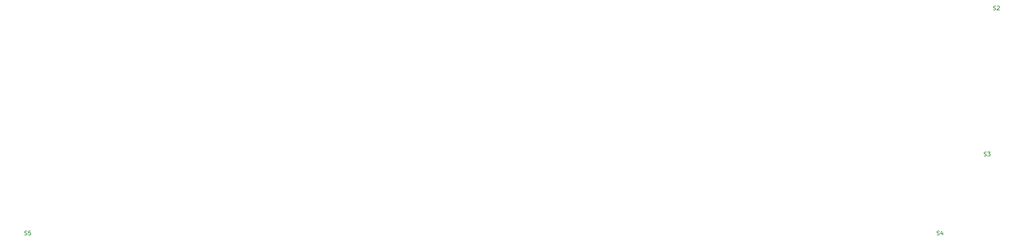
<source format=gbr>
G04 #@! TF.GenerationSoftware,KiCad,Pcbnew,(5.0.2)-1*
G04 #@! TF.CreationDate,2019-05-19T13:57:28+09:00*
G04 #@! TF.ProjectId,D780-PCB,44373830-2d50-4434-922e-6b696361645f,rev?*
G04 #@! TF.SameCoordinates,Original*
G04 #@! TF.FileFunction,Legend,Top*
G04 #@! TF.FilePolarity,Positive*
%FSLAX46Y46*%
G04 Gerber Fmt 4.6, Leading zero omitted, Abs format (unit mm)*
G04 Created by KiCad (PCBNEW (5.0.2)-1) date 2019-05-19 오후 1:57:28*
%MOMM*%
%LPD*%
G01*
G04 APERTURE LIST*
%ADD10C,0.150000*%
G04 APERTURE END LIST*
G04 #@! TO.C,S2*
D10*
X256413095Y-24717261D02*
X256555952Y-24764880D01*
X256794047Y-24764880D01*
X256889285Y-24717261D01*
X256936904Y-24669642D01*
X256984523Y-24574404D01*
X256984523Y-24479166D01*
X256936904Y-24383928D01*
X256889285Y-24336309D01*
X256794047Y-24288690D01*
X256603571Y-24241071D01*
X256508333Y-24193452D01*
X256460714Y-24145833D01*
X256413095Y-24050595D01*
X256413095Y-23955357D01*
X256460714Y-23860119D01*
X256508333Y-23812500D01*
X256603571Y-23764880D01*
X256841666Y-23764880D01*
X256984523Y-23812500D01*
X257365476Y-23860119D02*
X257413095Y-23812500D01*
X257508333Y-23764880D01*
X257746428Y-23764880D01*
X257841666Y-23812500D01*
X257889285Y-23860119D01*
X257936904Y-23955357D01*
X257936904Y-24050595D01*
X257889285Y-24193452D01*
X257317857Y-24764880D01*
X257936904Y-24764880D01*
G04 #@! TO.C,S3*
X254031845Y-61817261D02*
X254174702Y-61864880D01*
X254412797Y-61864880D01*
X254508035Y-61817261D01*
X254555654Y-61769642D01*
X254603273Y-61674404D01*
X254603273Y-61579166D01*
X254555654Y-61483928D01*
X254508035Y-61436309D01*
X254412797Y-61388690D01*
X254222321Y-61341071D01*
X254127083Y-61293452D01*
X254079464Y-61245833D01*
X254031845Y-61150595D01*
X254031845Y-61055357D01*
X254079464Y-60960119D01*
X254127083Y-60912500D01*
X254222321Y-60864880D01*
X254460416Y-60864880D01*
X254603273Y-60912500D01*
X254936607Y-60864880D02*
X255555654Y-60864880D01*
X255222321Y-61245833D01*
X255365178Y-61245833D01*
X255460416Y-61293452D01*
X255508035Y-61341071D01*
X255555654Y-61436309D01*
X255555654Y-61674404D01*
X255508035Y-61769642D01*
X255460416Y-61817261D01*
X255365178Y-61864880D01*
X255079464Y-61864880D01*
X254984226Y-61817261D01*
X254936607Y-61769642D01*
G04 #@! TO.C,S4*
X242125595Y-81867261D02*
X242268452Y-81914880D01*
X242506547Y-81914880D01*
X242601785Y-81867261D01*
X242649404Y-81819642D01*
X242697023Y-81724404D01*
X242697023Y-81629166D01*
X242649404Y-81533928D01*
X242601785Y-81486309D01*
X242506547Y-81438690D01*
X242316071Y-81391071D01*
X242220833Y-81343452D01*
X242173214Y-81295833D01*
X242125595Y-81200595D01*
X242125595Y-81105357D01*
X242173214Y-81010119D01*
X242220833Y-80962500D01*
X242316071Y-80914880D01*
X242554166Y-80914880D01*
X242697023Y-80962500D01*
X243554166Y-81248214D02*
X243554166Y-81914880D01*
X243316071Y-80867261D02*
X243077976Y-81581547D01*
X243697023Y-81581547D01*
G04 #@! TO.C,S5*
X11144345Y-81867261D02*
X11287202Y-81914880D01*
X11525297Y-81914880D01*
X11620535Y-81867261D01*
X11668154Y-81819642D01*
X11715773Y-81724404D01*
X11715773Y-81629166D01*
X11668154Y-81533928D01*
X11620535Y-81486309D01*
X11525297Y-81438690D01*
X11334821Y-81391071D01*
X11239583Y-81343452D01*
X11191964Y-81295833D01*
X11144345Y-81200595D01*
X11144345Y-81105357D01*
X11191964Y-81010119D01*
X11239583Y-80962500D01*
X11334821Y-80914880D01*
X11572916Y-80914880D01*
X11715773Y-80962500D01*
X12620535Y-80914880D02*
X12144345Y-80914880D01*
X12096726Y-81391071D01*
X12144345Y-81343452D01*
X12239583Y-81295833D01*
X12477678Y-81295833D01*
X12572916Y-81343452D01*
X12620535Y-81391071D01*
X12668154Y-81486309D01*
X12668154Y-81724404D01*
X12620535Y-81819642D01*
X12572916Y-81867261D01*
X12477678Y-81914880D01*
X12239583Y-81914880D01*
X12144345Y-81867261D01*
X12096726Y-81819642D01*
G04 #@! TD*
M02*

</source>
